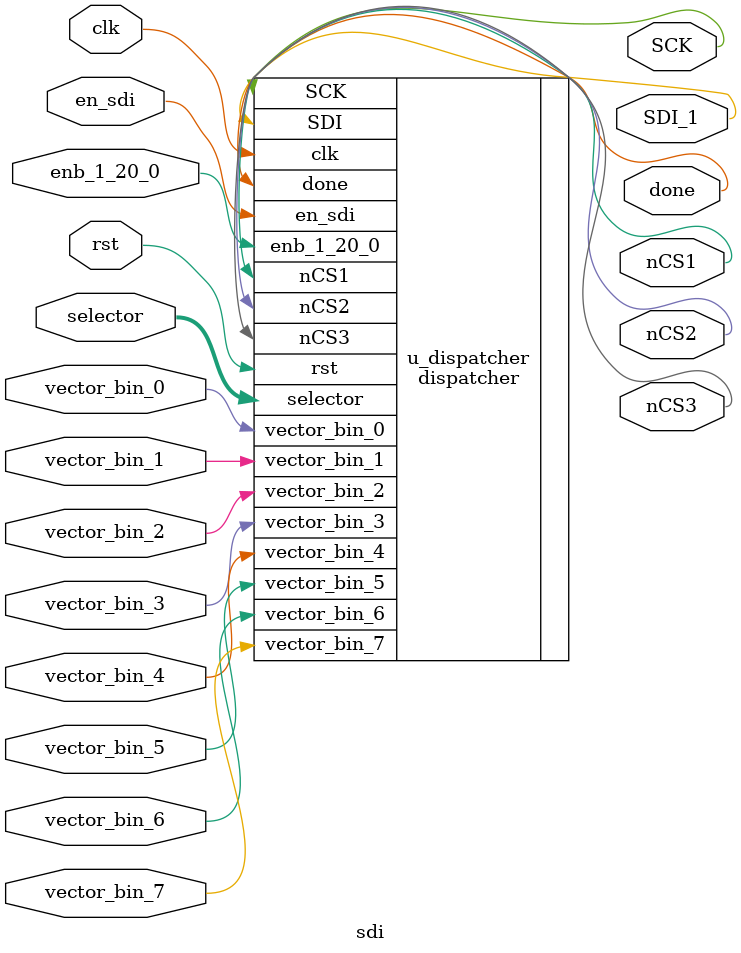
<source format=v>



`timescale 1 ns / 1 ns

module sdi
          (clk,
           rst,
           enb_1_20_0,
           selector,
           vector_bin_0,
           vector_bin_1,
           vector_bin_2,
           vector_bin_3,
           vector_bin_4,
           vector_bin_5,
           vector_bin_6,
           vector_bin_7,
           en_sdi,
           done,
           SDI_1,
           SCK,
           nCS1,
           nCS2,
           nCS3);


  input   clk;
  input   rst;
  input   enb_1_20_0;
  input   [7:0] selector;  // uint8
  input   vector_bin_0;  // boolean
  input   vector_bin_1;  // boolean
  input   vector_bin_2;  // boolean
  input   vector_bin_3;  // boolean
  input   vector_bin_4;  // boolean
  input   vector_bin_5;  // boolean
  input   vector_bin_6;  // boolean
  input   vector_bin_7;  // boolean
  input   en_sdi;
  output  done;
  output  SDI_1;
  output  SCK;
  output  nCS1;
  output  nCS2;
  output  nCS3;




  dispatcher u_dispatcher (.clk(clk),
                           .rst(rst),
                           .enb_1_20_0(enb_1_20_0),
                           .selector(selector),  // uint8
                           .vector_bin_0(vector_bin_0),  // boolean
                           .vector_bin_1(vector_bin_1),  // boolean
                           .vector_bin_2(vector_bin_2),  // boolean
                           .vector_bin_3(vector_bin_3),  // boolean
                           .vector_bin_4(vector_bin_4),  // boolean
                           .vector_bin_5(vector_bin_5),  // boolean
                           .vector_bin_6(vector_bin_6),  // boolean
                           .vector_bin_7(vector_bin_7),  // boolean
                           .en_sdi(en_sdi),
                           .done(done),
                           .SDI(SDI_1),
                           .SCK(SCK),
                           .nCS1(nCS1),
                           .nCS2(nCS2),
                           .nCS3(nCS3)
                           );
endmodule  // sdi


</source>
